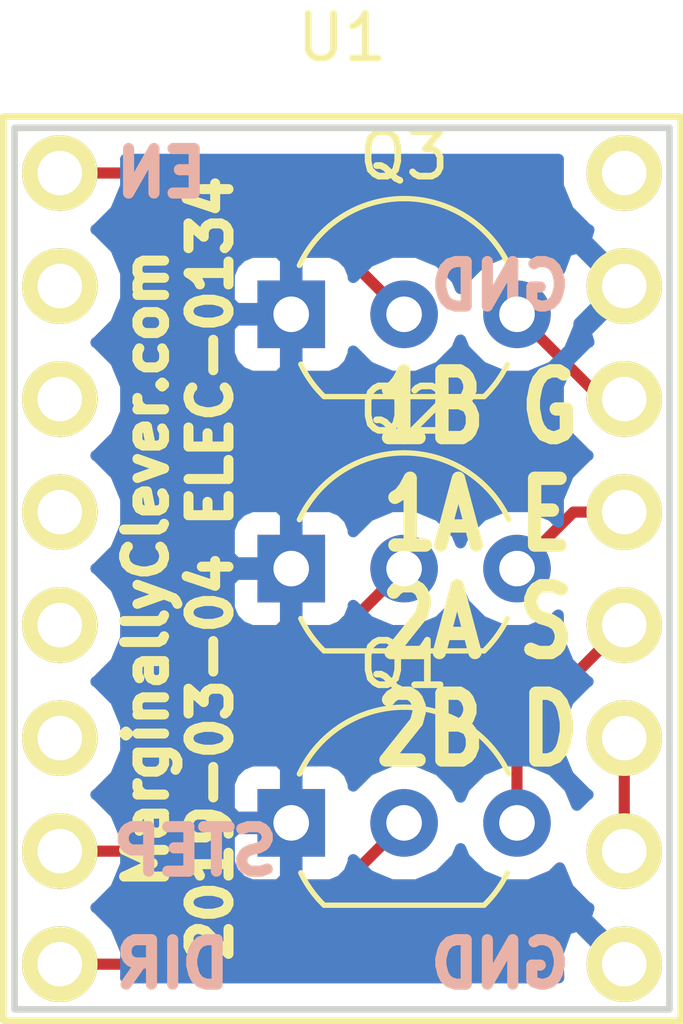
<source format=kicad_pcb>
(kicad_pcb (version 4) (host pcbnew 4.0.2-stable)

  (general
    (links 11)
    (no_connects 0)
    (area 154.356999 109.398999 169.239001 129.361001)
    (thickness 1.6)
    (drawings 11)
    (tracks 13)
    (zones 0)
    (modules 4)
    (nets 15)
  )

  (page A4)
  (title_block
    (title "ELEC-0134 A4988 adapter board")
    (date 2010-03-04)
    (rev 1)
    (company "Marginally Clever Robots, Ltd.")
    (comment 1 "Dan Royer (dan@marginallyclever.com)")
    (comment 2 "Sir Ramps A Lot DARK KNIGHT edition")
  )

  (layers
    (0 F.Cu signal)
    (31 B.Cu signal)
    (32 B.Adhes user)
    (33 F.Adhes user)
    (34 B.Paste user)
    (35 F.Paste user)
    (36 B.SilkS user)
    (37 F.SilkS user)
    (38 B.Mask user)
    (39 F.Mask user)
    (40 Dwgs.User user)
    (41 Cmts.User user)
    (42 Eco1.User user)
    (43 Eco2.User user)
    (44 Edge.Cuts user)
    (45 Margin user)
    (46 B.CrtYd user)
    (47 F.CrtYd user)
    (48 B.Fab user)
    (49 F.Fab user)
  )

  (setup
    (last_trace_width 0.25)
    (trace_clearance 0.2)
    (zone_clearance 0.508)
    (zone_45_only no)
    (trace_min 0.2)
    (segment_width 0.2)
    (edge_width 0.15)
    (via_size 0.6)
    (via_drill 0.4)
    (via_min_size 0.4)
    (via_min_drill 0.3)
    (uvia_size 0.3)
    (uvia_drill 0.1)
    (uvias_allowed no)
    (uvia_min_size 0.2)
    (uvia_min_drill 0.1)
    (pcb_text_width 0.3)
    (pcb_text_size 1.5 1.5)
    (mod_edge_width 0.15)
    (mod_text_size 1 1)
    (mod_text_width 0.15)
    (pad_size 1.7 1.7)
    (pad_drill 1)
    (pad_to_mask_clearance 0.2)
    (aux_axis_origin 0 0)
    (visible_elements 7FFFFFFF)
    (pcbplotparams
      (layerselection 0x00030_80000001)
      (usegerberextensions false)
      (excludeedgelayer true)
      (linewidth 0.100000)
      (plotframeref false)
      (viasonmask false)
      (mode 1)
      (useauxorigin false)
      (hpglpennumber 1)
      (hpglpenspeed 20)
      (hpglpendiameter 15)
      (hpglpenoverlay 2)
      (psnegative false)
      (psa4output false)
      (plotreference true)
      (plotvalue true)
      (plotinvisibletext false)
      (padsonsilk false)
      (subtractmaskfromsilk false)
      (outputformat 1)
      (mirror false)
      (drillshape 0)
      (scaleselection 1)
      (outputdirectory ""))
  )

  (net 0 "")
  (net 1 "Net-(U1-Pad2)")
  (net 2 GND)
  (net 3 "Net-(Q1-Pad2)")
  (net 4 "Net-(Q1-Pad3)")
  (net 5 "Net-(Q2-Pad2)")
  (net 6 "Net-(Q2-Pad3)")
  (net 7 "Net-(U1-Pad8)")
  (net 8 "Net-(Q3-Pad2)")
  (net 9 "Net-(U1-Pad10)")
  (net 10 "Net-(U1-Pad11)")
  (net 11 "Net-(U1-Pad12)")
  (net 12 "Net-(U1-Pad13)")
  (net 13 "Net-(U1-Pad14)")
  (net 14 "Net-(Q3-Pad3)")

  (net_class Default "This is the default net class."
    (clearance 0.2)
    (trace_width 0.25)
    (via_dia 0.6)
    (via_drill 0.4)
    (uvia_dia 0.3)
    (uvia_drill 0.1)
    (add_net GND)
    (add_net "Net-(Q1-Pad2)")
    (add_net "Net-(Q1-Pad3)")
    (add_net "Net-(Q2-Pad2)")
    (add_net "Net-(Q2-Pad3)")
    (add_net "Net-(Q3-Pad2)")
    (add_net "Net-(Q3-Pad3)")
    (add_net "Net-(U1-Pad10)")
    (add_net "Net-(U1-Pad11)")
    (add_net "Net-(U1-Pad12)")
    (add_net "Net-(U1-Pad13)")
    (add_net "Net-(U1-Pad14)")
    (add_net "Net-(U1-Pad2)")
    (add_net "Net-(U1-Pad8)")
  )

  (module a4988:a4988 (layer F.Cu) (tedit 58BDB267) (tstamp 589E3538)
    (at 161.798 119.38 180)
    (path /589E261E)
    (fp_text reference U1 (at 0 11.93 180) (layer F.SilkS)
      (effects (font (size 1 1) (thickness 0.15)))
    )
    (fp_text value A4988 (at -2.286 8.636 180) (layer F.Fab)
      (effects (font (size 1 1) (thickness 0.15)))
    )
    (fp_line (start -7.62 -10.16) (end 7.62 -10.16) (layer F.SilkS) (width 0.15))
    (fp_line (start 7.62 -10.16) (end 7.62 10.16) (layer F.SilkS) (width 0.15))
    (fp_line (start 7.62 10.16) (end -7.62 10.16) (layer F.SilkS) (width 0.15))
    (fp_line (start -7.62 10.16) (end -7.62 -10.16) (layer F.SilkS) (width 0.15))
    (pad 1 thru_hole circle (at -6.35 -8.89 180) (size 1.7 1.7) (drill 1) (layers *.Cu *.Mask F.SilkS)
      (net 2 GND))
    (pad 2 thru_hole circle (at -6.35 -6.35 180) (size 1.7 1.7) (drill 1) (layers *.Cu *.Mask F.SilkS)
      (net 1 "Net-(U1-Pad2)"))
    (pad 3 thru_hole circle (at -6.35 -3.81 180) (size 1.7 1.7) (drill 1) (layers *.Cu *.Mask F.SilkS)
      (net 1 "Net-(U1-Pad2)"))
    (pad 4 thru_hole circle (at -6.35 -1.27 180) (size 1.7 1.7) (drill 1) (layers *.Cu *.Mask F.SilkS)
      (net 4 "Net-(Q1-Pad3)"))
    (pad 5 thru_hole circle (at -6.35 1.27 180) (size 1.7 1.7) (drill 1) (layers *.Cu *.Mask F.SilkS)
      (net 6 "Net-(Q2-Pad3)"))
    (pad 6 thru_hole circle (at -6.35 3.81 180) (size 1.7 1.7) (drill 1) (layers *.Cu *.Mask F.SilkS)
      (net 14 "Net-(Q3-Pad3)"))
    (pad 7 thru_hole circle (at -6.35 6.35 180) (size 1.7 1.7) (drill 1) (layers *.Cu *.Mask F.SilkS)
      (net 2 GND))
    (pad 8 thru_hole circle (at -6.35 8.89 180) (size 1.7 1.7) (drill 1) (layers *.Cu *.Mask F.SilkS)
      (net 7 "Net-(U1-Pad8)"))
    (pad 9 thru_hole circle (at 6.35 8.89 180) (size 1.7 1.7) (drill 1) (layers *.Cu *.Mask F.SilkS)
      (net 8 "Net-(Q3-Pad2)"))
    (pad 10 thru_hole circle (at 6.35 6.35 180) (size 1.7 1.7) (drill 1) (layers *.Cu *.Mask F.SilkS)
      (net 9 "Net-(U1-Pad10)"))
    (pad 11 thru_hole circle (at 6.35 3.81 180) (size 1.7 1.7) (drill 1) (layers *.Cu *.Mask F.SilkS)
      (net 10 "Net-(U1-Pad11)"))
    (pad 12 thru_hole circle (at 6.35 1.27 180) (size 1.7 1.7) (drill 1) (layers *.Cu *.Mask F.SilkS)
      (net 11 "Net-(U1-Pad12)"))
    (pad 13 thru_hole circle (at 6.35 -1.27 180) (size 1.7 1.7) (drill 1) (layers *.Cu *.Mask F.SilkS)
      (net 12 "Net-(U1-Pad13)"))
    (pad 14 thru_hole circle (at 6.35 -3.81 180) (size 1.7 1.7) (drill 1) (layers *.Cu *.Mask F.SilkS)
      (net 13 "Net-(U1-Pad14)"))
    (pad 15 thru_hole circle (at 6.35 -6.35 180) (size 1.7 1.7) (drill 1) (layers *.Cu *.Mask F.SilkS)
      (net 5 "Net-(Q2-Pad2)"))
    (pad 16 thru_hole circle (at 6.35 -8.89 180) (size 1.7 1.7) (drill 1) (layers *.Cu *.Mask F.SilkS)
      (net 3 "Net-(Q1-Pad2)"))
  )

  (module TO_SOT_Packages_THT:TO-92_Inline_Wide (layer F.Cu) (tedit 58CE52AF) (tstamp 5C7D9A85)
    (at 160.655 125.095)
    (descr "TO-92 leads in-line, wide, drill 0.8mm (see NXP sot054_po.pdf)")
    (tags "to-92 sc-43 sc-43a sot54 PA33 transistor")
    (path /5C7D97F6)
    (fp_text reference Q1 (at 2.54 -3.56 180) (layer F.SilkS)
      (effects (font (size 1 1) (thickness 0.15)))
    )
    (fp_text value PN2222A (at 2.54 2.79) (layer F.Fab)
      (effects (font (size 1 1) (thickness 0.15)))
    )
    (fp_text user %R (at 2.54 -3.56 180) (layer F.Fab)
      (effects (font (size 1 1) (thickness 0.15)))
    )
    (fp_line (start 0.74 1.85) (end 4.34 1.85) (layer F.SilkS) (width 0.12))
    (fp_line (start 0.8 1.75) (end 4.3 1.75) (layer F.Fab) (width 0.1))
    (fp_line (start -1.01 -2.73) (end 6.09 -2.73) (layer F.CrtYd) (width 0.05))
    (fp_line (start -1.01 -2.73) (end -1.01 2.01) (layer F.CrtYd) (width 0.05))
    (fp_line (start 6.09 2.01) (end 6.09 -2.73) (layer F.CrtYd) (width 0.05))
    (fp_line (start 6.09 2.01) (end -1.01 2.01) (layer F.CrtYd) (width 0.05))
    (fp_arc (start 2.54 0) (end 0.74 1.85) (angle 20) (layer F.SilkS) (width 0.12))
    (fp_arc (start 2.54 0) (end 2.54 -2.6) (angle -65) (layer F.SilkS) (width 0.12))
    (fp_arc (start 2.54 0) (end 2.54 -2.6) (angle 65) (layer F.SilkS) (width 0.12))
    (fp_arc (start 2.54 0) (end 2.54 -2.48) (angle 135) (layer F.Fab) (width 0.1))
    (fp_arc (start 2.54 0) (end 2.54 -2.48) (angle -135) (layer F.Fab) (width 0.1))
    (fp_arc (start 2.54 0) (end 4.34 1.85) (angle -20) (layer F.SilkS) (width 0.12))
    (pad 2 thru_hole circle (at 2.54 0 90) (size 1.52 1.52) (drill 0.8) (layers *.Cu *.Mask)
      (net 3 "Net-(Q1-Pad2)"))
    (pad 3 thru_hole circle (at 5.08 0 90) (size 1.52 1.52) (drill 0.8) (layers *.Cu *.Mask)
      (net 4 "Net-(Q1-Pad3)"))
    (pad 1 thru_hole rect (at 0 0 90) (size 1.52 1.52) (drill 0.8) (layers *.Cu *.Mask)
      (net 2 GND))
    (model ${KISYS3DMOD}/TO_SOT_Packages_THT.3dshapes/TO-92_Inline_Wide.wrl
      (at (xyz 0.1 0 0))
      (scale (xyz 1 1 1))
      (rotate (xyz 0 0 -90))
    )
  )

  (module TO_SOT_Packages_THT:TO-92_Inline_Wide (layer F.Cu) (tedit 58CE52AF) (tstamp 5C7D9A8C)
    (at 160.655 119.38)
    (descr "TO-92 leads in-line, wide, drill 0.8mm (see NXP sot054_po.pdf)")
    (tags "to-92 sc-43 sc-43a sot54 PA33 transistor")
    (path /5C7D989F)
    (fp_text reference Q2 (at 2.54 -3.56 180) (layer F.SilkS)
      (effects (font (size 1 1) (thickness 0.15)))
    )
    (fp_text value PN2222A (at 2.54 2.79) (layer F.Fab)
      (effects (font (size 1 1) (thickness 0.15)))
    )
    (fp_text user %R (at 2.54 -3.56 180) (layer F.Fab)
      (effects (font (size 1 1) (thickness 0.15)))
    )
    (fp_line (start 0.74 1.85) (end 4.34 1.85) (layer F.SilkS) (width 0.12))
    (fp_line (start 0.8 1.75) (end 4.3 1.75) (layer F.Fab) (width 0.1))
    (fp_line (start -1.01 -2.73) (end 6.09 -2.73) (layer F.CrtYd) (width 0.05))
    (fp_line (start -1.01 -2.73) (end -1.01 2.01) (layer F.CrtYd) (width 0.05))
    (fp_line (start 6.09 2.01) (end 6.09 -2.73) (layer F.CrtYd) (width 0.05))
    (fp_line (start 6.09 2.01) (end -1.01 2.01) (layer F.CrtYd) (width 0.05))
    (fp_arc (start 2.54 0) (end 0.74 1.85) (angle 20) (layer F.SilkS) (width 0.12))
    (fp_arc (start 2.54 0) (end 2.54 -2.6) (angle -65) (layer F.SilkS) (width 0.12))
    (fp_arc (start 2.54 0) (end 2.54 -2.6) (angle 65) (layer F.SilkS) (width 0.12))
    (fp_arc (start 2.54 0) (end 2.54 -2.48) (angle 135) (layer F.Fab) (width 0.1))
    (fp_arc (start 2.54 0) (end 2.54 -2.48) (angle -135) (layer F.Fab) (width 0.1))
    (fp_arc (start 2.54 0) (end 4.34 1.85) (angle -20) (layer F.SilkS) (width 0.12))
    (pad 2 thru_hole circle (at 2.54 0 90) (size 1.52 1.52) (drill 0.8) (layers *.Cu *.Mask)
      (net 5 "Net-(Q2-Pad2)"))
    (pad 3 thru_hole circle (at 5.08 0 90) (size 1.52 1.52) (drill 0.8) (layers *.Cu *.Mask)
      (net 6 "Net-(Q2-Pad3)"))
    (pad 1 thru_hole rect (at 0 0 90) (size 1.52 1.52) (drill 0.8) (layers *.Cu *.Mask)
      (net 2 GND))
    (model ${KISYS3DMOD}/TO_SOT_Packages_THT.3dshapes/TO-92_Inline_Wide.wrl
      (at (xyz 0.1 0 0))
      (scale (xyz 1 1 1))
      (rotate (xyz 0 0 -90))
    )
  )

  (module TO_SOT_Packages_THT:TO-92_Inline_Wide (layer F.Cu) (tedit 58CE52AF) (tstamp 5C7DA10F)
    (at 160.655 113.665)
    (descr "TO-92 leads in-line, wide, drill 0.8mm (see NXP sot054_po.pdf)")
    (tags "to-92 sc-43 sc-43a sot54 PA33 transistor")
    (path /5C7DA2DD)
    (fp_text reference Q3 (at 2.54 -3.56 180) (layer F.SilkS)
      (effects (font (size 1 1) (thickness 0.15)))
    )
    (fp_text value PN2222A (at 2.54 2.79) (layer F.Fab)
      (effects (font (size 1 1) (thickness 0.15)))
    )
    (fp_text user %R (at 2.54 -3.56 180) (layer F.Fab)
      (effects (font (size 1 1) (thickness 0.15)))
    )
    (fp_line (start 0.74 1.85) (end 4.34 1.85) (layer F.SilkS) (width 0.12))
    (fp_line (start 0.8 1.75) (end 4.3 1.75) (layer F.Fab) (width 0.1))
    (fp_line (start -1.01 -2.73) (end 6.09 -2.73) (layer F.CrtYd) (width 0.05))
    (fp_line (start -1.01 -2.73) (end -1.01 2.01) (layer F.CrtYd) (width 0.05))
    (fp_line (start 6.09 2.01) (end 6.09 -2.73) (layer F.CrtYd) (width 0.05))
    (fp_line (start 6.09 2.01) (end -1.01 2.01) (layer F.CrtYd) (width 0.05))
    (fp_arc (start 2.54 0) (end 0.74 1.85) (angle 20) (layer F.SilkS) (width 0.12))
    (fp_arc (start 2.54 0) (end 2.54 -2.6) (angle -65) (layer F.SilkS) (width 0.12))
    (fp_arc (start 2.54 0) (end 2.54 -2.6) (angle 65) (layer F.SilkS) (width 0.12))
    (fp_arc (start 2.54 0) (end 2.54 -2.48) (angle 135) (layer F.Fab) (width 0.1))
    (fp_arc (start 2.54 0) (end 2.54 -2.48) (angle -135) (layer F.Fab) (width 0.1))
    (fp_arc (start 2.54 0) (end 4.34 1.85) (angle -20) (layer F.SilkS) (width 0.12))
    (pad 2 thru_hole circle (at 2.54 0 90) (size 1.52 1.52) (drill 0.8) (layers *.Cu *.Mask)
      (net 8 "Net-(Q3-Pad2)"))
    (pad 3 thru_hole circle (at 5.08 0 90) (size 1.52 1.52) (drill 0.8) (layers *.Cu *.Mask)
      (net 14 "Net-(Q3-Pad3)"))
    (pad 1 thru_hole rect (at 0 0 90) (size 1.52 1.52) (drill 0.8) (layers *.Cu *.Mask)
      (net 2 GND))
    (model ${KISYS3DMOD}/TO_SOT_Packages_THT.3dshapes/TO-92_Inline_Wide.wrl
      (at (xyz 0.1 0 0))
      (scale (xyz 1 1 1))
      (rotate (xyz 0 0 -90))
    )
  )

  (gr_text "1B G\n1A E\n2A S\n2B D" (at 164.846 119.38) (layer F.SilkS)
    (effects (font (size 1.5 1.2) (thickness 0.3)))
  )
  (gr_text GND (at 165.354 113.03) (layer B.SilkS)
    (effects (font (size 1 1) (thickness 0.25)) (justify mirror))
  )
  (gr_text EN (at 157.734 110.49) (layer B.SilkS)
    (effects (font (size 1 1) (thickness 0.25)) (justify mirror))
  )
  (gr_text GND (at 165.354 128.27) (layer B.SilkS)
    (effects (font (size 1 1) (thickness 0.25)) (justify mirror))
  )
  (gr_text STEP (at 158.496 125.73) (layer B.SilkS)
    (effects (font (size 1 1) (thickness 0.25)) (justify mirror))
  )
  (gr_text DIR (at 157.988 128.27) (layer B.SilkS)
    (effects (font (size 1 1) (thickness 0.25)) (justify mirror))
  )
  (gr_line (start 169.164 109.474) (end 169.164 129.286) (angle 90) (layer Edge.Cuts) (width 0.15))
  (gr_line (start 154.432 109.474) (end 169.164 109.474) (angle 90) (layer Edge.Cuts) (width 0.15))
  (gr_line (start 154.432 129.286) (end 154.432 109.474) (angle 90) (layer Edge.Cuts) (width 0.15))
  (gr_line (start 169.164 129.286) (end 154.432 129.286) (angle 90) (layer Edge.Cuts) (width 0.15))
  (gr_text "MarginallyClever.com\n2019-03-04 ELEC-0134" (at 158.115 119.38 90) (layer F.SilkS)
    (effects (font (size 0.9 0.9) (thickness 0.225)))
  )

  (segment (start 168.148 123.19) (end 168.148 125.73) (width 0.25) (layer F.Cu) (net 1))
  (segment (start 163.195 125.095) (end 160.02 128.27) (width 0.25) (layer F.Cu) (net 3))
  (segment (start 160.02 128.27) (end 155.448 128.27) (width 0.25) (layer F.Cu) (net 3) (tstamp 5C7DA2C7))
  (segment (start 168.148 120.65) (end 165.735 123.063) (width 0.25) (layer F.Cu) (net 4))
  (segment (start 165.735 123.063) (end 165.735 125.095) (width 0.25) (layer F.Cu) (net 4) (tstamp 5C7DA2C3))
  (segment (start 155.448 125.73) (end 156.845 125.73) (width 0.25) (layer F.Cu) (net 5))
  (segment (start 156.845 125.73) (end 163.195 119.38) (width 0.25) (layer F.Cu) (net 5) (tstamp 5C7DA2CB))
  (segment (start 165.735 119.38) (end 167.005 118.11) (width 0.25) (layer F.Cu) (net 6))
  (segment (start 167.005 118.11) (end 168.148 118.11) (width 0.25) (layer F.Cu) (net 6) (tstamp 5C7DA2BF))
  (segment (start 155.448 110.49) (end 160.02 110.49) (width 0.25) (layer F.Cu) (net 8))
  (segment (start 160.02 110.49) (end 163.195 113.665) (width 0.25) (layer F.Cu) (net 8) (tstamp 5C7DA2CF))
  (segment (start 165.735 113.665) (end 167.64 115.57) (width 0.25) (layer F.Cu) (net 14))
  (segment (start 167.64 115.57) (end 168.148 115.57) (width 0.25) (layer F.Cu) (net 14) (tstamp 5C7DA2BC))

  (zone (net 2) (net_name GND) (layer B.Cu) (tstamp 58FBBB5A) (hatch edge 0.508)
    (connect_pads (clearance 0.508))
    (min_thickness 0.254)
    (fill yes (arc_segments 16) (thermal_gap 0.508) (thermal_bridge_width 0.508))
    (polygon
      (pts
        (xy 154.432 109.474) (xy 169.164 109.474) (xy 169.164 129.286) (xy 154.432 129.286)
      )
    )
    (filled_polygon
      (pts
        (xy 166.663258 110.193319) (xy 166.662743 110.784089) (xy 166.888344 111.330086) (xy 167.305717 111.748188) (xy 167.353312 111.767951)
        (xy 167.283647 111.986042) (xy 168.148 112.850395) (xy 168.162143 112.836253) (xy 168.341748 113.015858) (xy 168.327605 113.03)
        (xy 168.341748 113.044143) (xy 168.162143 113.223748) (xy 168.148 113.209605) (xy 167.283647 114.073958) (xy 167.353181 114.29164)
        (xy 167.307914 114.310344) (xy 166.889812 114.727717) (xy 166.663258 115.273319) (xy 166.662743 115.864089) (xy 166.888344 116.410086)
        (xy 167.305717 116.828188) (xy 167.333557 116.839748) (xy 167.307914 116.850344) (xy 166.889812 117.267717) (xy 166.663258 117.813319)
        (xy 166.662803 118.334872) (xy 166.526236 118.198066) (xy 166.0137 117.985242) (xy 165.458735 117.984758) (xy 164.945828 118.196687)
        (xy 164.553066 118.588764) (xy 164.465046 118.800738) (xy 164.378313 118.590828) (xy 163.986236 118.198066) (xy 163.4737 117.985242)
        (xy 162.918735 117.984758) (xy 162.405828 118.196687) (xy 162.05 118.551894) (xy 162.05 118.493691) (xy 161.953327 118.260302)
        (xy 161.774699 118.081673) (xy 161.54131 117.985) (xy 160.94075 117.985) (xy 160.782 118.14375) (xy 160.782 119.253)
        (xy 160.802 119.253) (xy 160.802 119.507) (xy 160.782 119.507) (xy 160.782 120.61625) (xy 160.94075 120.775)
        (xy 161.54131 120.775) (xy 161.774699 120.678327) (xy 161.953327 120.499698) (xy 162.05 120.266309) (xy 162.05 120.207552)
        (xy 162.403764 120.561934) (xy 162.9163 120.774758) (xy 163.471265 120.775242) (xy 163.984172 120.563313) (xy 164.376934 120.171236)
        (xy 164.464954 119.959262) (xy 164.551687 120.169172) (xy 164.943764 120.561934) (xy 165.4563 120.774758) (xy 166.011265 120.775242)
        (xy 166.524172 120.563313) (xy 166.663196 120.424532) (xy 166.662743 120.944089) (xy 166.888344 121.490086) (xy 167.305717 121.908188)
        (xy 167.333557 121.919748) (xy 167.307914 121.930344) (xy 166.889812 122.347717) (xy 166.663258 122.893319) (xy 166.662743 123.484089)
        (xy 166.888344 124.030086) (xy 167.305717 124.448188) (xy 167.333557 124.459748) (xy 167.307914 124.470344) (xy 167.080211 124.69765)
        (xy 166.918313 124.305828) (xy 166.526236 123.913066) (xy 166.0137 123.700242) (xy 165.458735 123.699758) (xy 164.945828 123.911687)
        (xy 164.553066 124.303764) (xy 164.465046 124.515738) (xy 164.378313 124.305828) (xy 163.986236 123.913066) (xy 163.4737 123.700242)
        (xy 162.918735 123.699758) (xy 162.405828 123.911687) (xy 162.05 124.266894) (xy 162.05 124.208691) (xy 161.953327 123.975302)
        (xy 161.774699 123.796673) (xy 161.54131 123.7) (xy 160.94075 123.7) (xy 160.782 123.85875) (xy 160.782 124.968)
        (xy 160.802 124.968) (xy 160.802 125.222) (xy 160.782 125.222) (xy 160.782 126.33125) (xy 160.94075 126.49)
        (xy 161.54131 126.49) (xy 161.774699 126.393327) (xy 161.953327 126.214698) (xy 162.05 125.981309) (xy 162.05 125.922552)
        (xy 162.403764 126.276934) (xy 162.9163 126.489758) (xy 163.471265 126.490242) (xy 163.984172 126.278313) (xy 164.376934 125.886236)
        (xy 164.464954 125.674262) (xy 164.551687 125.884172) (xy 164.943764 126.276934) (xy 165.4563 126.489758) (xy 166.011265 126.490242)
        (xy 166.524172 126.278313) (xy 166.696646 126.10614) (xy 166.888344 126.570086) (xy 167.305717 126.988188) (xy 167.353312 127.007951)
        (xy 167.283647 127.226042) (xy 168.148 128.090395) (xy 168.162143 128.076253) (xy 168.341748 128.255858) (xy 168.327605 128.27)
        (xy 168.341748 128.284143) (xy 168.162143 128.463748) (xy 168.148 128.449605) (xy 168.133858 128.463748) (xy 167.954253 128.284143)
        (xy 167.968395 128.27) (xy 167.104042 127.405647) (xy 166.852741 127.48592) (xy 166.651282 128.041279) (xy 166.675204 128.576)
        (xy 156.928872 128.576) (xy 156.932742 128.566681) (xy 156.933257 127.975911) (xy 156.707656 127.429914) (xy 156.290283 127.011812)
        (xy 156.262443 127.000252) (xy 156.288086 126.989656) (xy 156.706188 126.572283) (xy 156.932742 126.026681) (xy 156.933257 125.435911)
        (xy 156.910465 125.38075) (xy 159.26 125.38075) (xy 159.26 125.981309) (xy 159.356673 126.214698) (xy 159.535301 126.393327)
        (xy 159.76869 126.49) (xy 160.36925 126.49) (xy 160.528 126.33125) (xy 160.528 125.222) (xy 159.41875 125.222)
        (xy 159.26 125.38075) (xy 156.910465 125.38075) (xy 156.707656 124.889914) (xy 156.290283 124.471812) (xy 156.262443 124.460252)
        (xy 156.288086 124.449656) (xy 156.529471 124.208691) (xy 159.26 124.208691) (xy 159.26 124.80925) (xy 159.41875 124.968)
        (xy 160.528 124.968) (xy 160.528 123.85875) (xy 160.36925 123.7) (xy 159.76869 123.7) (xy 159.535301 123.796673)
        (xy 159.356673 123.975302) (xy 159.26 124.208691) (xy 156.529471 124.208691) (xy 156.706188 124.032283) (xy 156.932742 123.486681)
        (xy 156.933257 122.895911) (xy 156.707656 122.349914) (xy 156.290283 121.931812) (xy 156.262443 121.920252) (xy 156.288086 121.909656)
        (xy 156.706188 121.492283) (xy 156.932742 120.946681) (xy 156.933257 120.355911) (xy 156.707656 119.809914) (xy 156.563744 119.66575)
        (xy 159.26 119.66575) (xy 159.26 120.266309) (xy 159.356673 120.499698) (xy 159.535301 120.678327) (xy 159.76869 120.775)
        (xy 160.36925 120.775) (xy 160.528 120.61625) (xy 160.528 119.507) (xy 159.41875 119.507) (xy 159.26 119.66575)
        (xy 156.563744 119.66575) (xy 156.290283 119.391812) (xy 156.262443 119.380252) (xy 156.288086 119.369656) (xy 156.706188 118.952283)
        (xy 156.896612 118.493691) (xy 159.26 118.493691) (xy 159.26 119.09425) (xy 159.41875 119.253) (xy 160.528 119.253)
        (xy 160.528 118.14375) (xy 160.36925 117.985) (xy 159.76869 117.985) (xy 159.535301 118.081673) (xy 159.356673 118.260302)
        (xy 159.26 118.493691) (xy 156.896612 118.493691) (xy 156.932742 118.406681) (xy 156.933257 117.815911) (xy 156.707656 117.269914)
        (xy 156.290283 116.851812) (xy 156.262443 116.840252) (xy 156.288086 116.829656) (xy 156.706188 116.412283) (xy 156.932742 115.866681)
        (xy 156.933257 115.275911) (xy 156.707656 114.729914) (xy 156.290283 114.311812) (xy 156.262443 114.300252) (xy 156.288086 114.289656)
        (xy 156.627583 113.95075) (xy 159.26 113.95075) (xy 159.26 114.551309) (xy 159.356673 114.784698) (xy 159.535301 114.963327)
        (xy 159.76869 115.06) (xy 160.36925 115.06) (xy 160.528 114.90125) (xy 160.528 113.792) (xy 159.41875 113.792)
        (xy 159.26 113.95075) (xy 156.627583 113.95075) (xy 156.706188 113.872283) (xy 156.932742 113.326681) (xy 156.933219 112.778691)
        (xy 159.26 112.778691) (xy 159.26 113.37925) (xy 159.41875 113.538) (xy 160.528 113.538) (xy 160.528 112.42875)
        (xy 160.782 112.42875) (xy 160.782 113.538) (xy 160.802 113.538) (xy 160.802 113.792) (xy 160.782 113.792)
        (xy 160.782 114.90125) (xy 160.94075 115.06) (xy 161.54131 115.06) (xy 161.774699 114.963327) (xy 161.953327 114.784698)
        (xy 162.05 114.551309) (xy 162.05 114.492552) (xy 162.403764 114.846934) (xy 162.9163 115.059758) (xy 163.471265 115.060242)
        (xy 163.984172 114.848313) (xy 164.376934 114.456236) (xy 164.464954 114.244262) (xy 164.551687 114.454172) (xy 164.943764 114.846934)
        (xy 165.4563 115.059758) (xy 166.011265 115.060242) (xy 166.524172 114.848313) (xy 166.916934 114.456236) (xy 167.129758 113.9437)
        (xy 167.129824 113.868571) (xy 167.968395 113.03) (xy 167.104042 112.165647) (xy 166.852741 112.24592) (xy 166.70262 112.659758)
        (xy 166.526236 112.483066) (xy 166.0137 112.270242) (xy 165.458735 112.269758) (xy 164.945828 112.481687) (xy 164.553066 112.873764)
        (xy 164.465046 113.085738) (xy 164.378313 112.875828) (xy 163.986236 112.483066) (xy 163.4737 112.270242) (xy 162.918735 112.269758)
        (xy 162.405828 112.481687) (xy 162.05 112.836894) (xy 162.05 112.778691) (xy 161.953327 112.545302) (xy 161.774699 112.366673)
        (xy 161.54131 112.27) (xy 160.94075 112.27) (xy 160.782 112.42875) (xy 160.528 112.42875) (xy 160.36925 112.27)
        (xy 159.76869 112.27) (xy 159.535301 112.366673) (xy 159.356673 112.545302) (xy 159.26 112.778691) (xy 156.933219 112.778691)
        (xy 156.933257 112.735911) (xy 156.707656 112.189914) (xy 156.290283 111.771812) (xy 156.262443 111.760252) (xy 156.288086 111.749656)
        (xy 156.706188 111.332283) (xy 156.932742 110.786681) (xy 156.933257 110.195911) (xy 156.928335 110.184) (xy 166.667128 110.184)
      )
    )
  )
)

</source>
